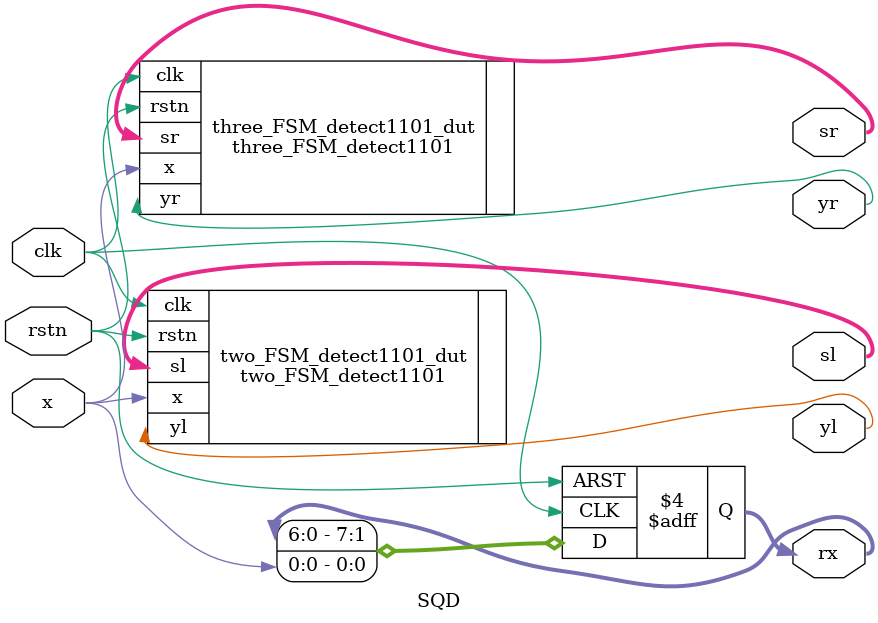
<source format=v>
`timescale 1ns / 1ps


module SQD(
    input x,
    input rstn,
    input clk,
    output  yl,
    output  [1:0] sl,
    output  yr,
    output  [4:0] sr,
    output  reg [7:0] rx
    );
    two_FSM_detect1101 two_FSM_detect1101_dut(
        .x(x),
        .rstn(rstn),
        .clk(clk),
        .yl(yl),
        .sl(sl)
    );
    three_FSM_detect1101 three_FSM_detect1101_dut(
        .x(x),
        .rstn(rstn),
        .clk(clk),
        .yr(yr),
        .sr(sr)
    );
  always @(posedge clk or negedge rstn) begin
    if(!rstn)
        rx <= 8'b0000_0000;
    else begin
        rx <= rx << 1;
        rx[0] <= x;
    end
  end
endmodule

</source>
